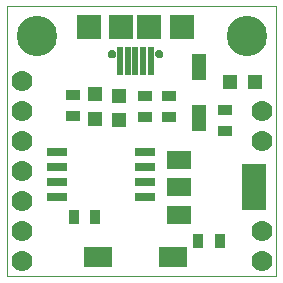
<source format=gts>
G75*
%MOIN*%
%OFA0B0*%
%FSLAX25Y25*%
%IPPOS*%
%LPD*%
%AMOC8*
5,1,8,0,0,1.08239X$1,22.5*
%
%ADD10C,0.00000*%
%ADD11R,0.05124X0.03550*%
%ADD12R,0.04600X0.09000*%
%ADD13R,0.03550X0.05124*%
%ADD14R,0.05124X0.05124*%
%ADD15C,0.13455*%
%ADD16R,0.09455X0.06699*%
%ADD17R,0.01975X0.09455*%
%ADD18R,0.07880X0.07880*%
%ADD19C,0.02762*%
%ADD20C,0.07000*%
%ADD21R,0.06500X0.02500*%
%ADD22R,0.08274X0.06306*%
%ADD23R,0.08274X0.15361*%
D10*
X0007800Y0008726D02*
X0007800Y0098727D01*
X0097681Y0098727D01*
X0097681Y0008726D01*
X0007800Y0008726D01*
X0041555Y0082861D02*
X0041557Y0082930D01*
X0041563Y0082998D01*
X0041573Y0083066D01*
X0041587Y0083133D01*
X0041605Y0083200D01*
X0041626Y0083265D01*
X0041652Y0083329D01*
X0041681Y0083391D01*
X0041713Y0083451D01*
X0041749Y0083510D01*
X0041789Y0083566D01*
X0041831Y0083620D01*
X0041877Y0083671D01*
X0041926Y0083720D01*
X0041977Y0083766D01*
X0042031Y0083808D01*
X0042087Y0083848D01*
X0042145Y0083884D01*
X0042206Y0083916D01*
X0042268Y0083945D01*
X0042332Y0083971D01*
X0042397Y0083992D01*
X0042464Y0084010D01*
X0042531Y0084024D01*
X0042599Y0084034D01*
X0042667Y0084040D01*
X0042736Y0084042D01*
X0042805Y0084040D01*
X0042873Y0084034D01*
X0042941Y0084024D01*
X0043008Y0084010D01*
X0043075Y0083992D01*
X0043140Y0083971D01*
X0043204Y0083945D01*
X0043266Y0083916D01*
X0043326Y0083884D01*
X0043385Y0083848D01*
X0043441Y0083808D01*
X0043495Y0083766D01*
X0043546Y0083720D01*
X0043595Y0083671D01*
X0043641Y0083620D01*
X0043683Y0083566D01*
X0043723Y0083510D01*
X0043759Y0083451D01*
X0043791Y0083391D01*
X0043820Y0083329D01*
X0043846Y0083265D01*
X0043867Y0083200D01*
X0043885Y0083133D01*
X0043899Y0083066D01*
X0043909Y0082998D01*
X0043915Y0082930D01*
X0043917Y0082861D01*
X0043915Y0082792D01*
X0043909Y0082724D01*
X0043899Y0082656D01*
X0043885Y0082589D01*
X0043867Y0082522D01*
X0043846Y0082457D01*
X0043820Y0082393D01*
X0043791Y0082331D01*
X0043759Y0082270D01*
X0043723Y0082212D01*
X0043683Y0082156D01*
X0043641Y0082102D01*
X0043595Y0082051D01*
X0043546Y0082002D01*
X0043495Y0081956D01*
X0043441Y0081914D01*
X0043385Y0081874D01*
X0043327Y0081838D01*
X0043266Y0081806D01*
X0043204Y0081777D01*
X0043140Y0081751D01*
X0043075Y0081730D01*
X0043008Y0081712D01*
X0042941Y0081698D01*
X0042873Y0081688D01*
X0042805Y0081682D01*
X0042736Y0081680D01*
X0042667Y0081682D01*
X0042599Y0081688D01*
X0042531Y0081698D01*
X0042464Y0081712D01*
X0042397Y0081730D01*
X0042332Y0081751D01*
X0042268Y0081777D01*
X0042206Y0081806D01*
X0042145Y0081838D01*
X0042087Y0081874D01*
X0042031Y0081914D01*
X0041977Y0081956D01*
X0041926Y0082002D01*
X0041877Y0082051D01*
X0041831Y0082102D01*
X0041789Y0082156D01*
X0041749Y0082212D01*
X0041713Y0082270D01*
X0041681Y0082331D01*
X0041652Y0082393D01*
X0041626Y0082457D01*
X0041605Y0082522D01*
X0041587Y0082589D01*
X0041573Y0082656D01*
X0041563Y0082724D01*
X0041557Y0082792D01*
X0041555Y0082861D01*
X0057303Y0082861D02*
X0057305Y0082930D01*
X0057311Y0082998D01*
X0057321Y0083066D01*
X0057335Y0083133D01*
X0057353Y0083200D01*
X0057374Y0083265D01*
X0057400Y0083329D01*
X0057429Y0083391D01*
X0057461Y0083451D01*
X0057497Y0083510D01*
X0057537Y0083566D01*
X0057579Y0083620D01*
X0057625Y0083671D01*
X0057674Y0083720D01*
X0057725Y0083766D01*
X0057779Y0083808D01*
X0057835Y0083848D01*
X0057893Y0083884D01*
X0057954Y0083916D01*
X0058016Y0083945D01*
X0058080Y0083971D01*
X0058145Y0083992D01*
X0058212Y0084010D01*
X0058279Y0084024D01*
X0058347Y0084034D01*
X0058415Y0084040D01*
X0058484Y0084042D01*
X0058553Y0084040D01*
X0058621Y0084034D01*
X0058689Y0084024D01*
X0058756Y0084010D01*
X0058823Y0083992D01*
X0058888Y0083971D01*
X0058952Y0083945D01*
X0059014Y0083916D01*
X0059074Y0083884D01*
X0059133Y0083848D01*
X0059189Y0083808D01*
X0059243Y0083766D01*
X0059294Y0083720D01*
X0059343Y0083671D01*
X0059389Y0083620D01*
X0059431Y0083566D01*
X0059471Y0083510D01*
X0059507Y0083451D01*
X0059539Y0083391D01*
X0059568Y0083329D01*
X0059594Y0083265D01*
X0059615Y0083200D01*
X0059633Y0083133D01*
X0059647Y0083066D01*
X0059657Y0082998D01*
X0059663Y0082930D01*
X0059665Y0082861D01*
X0059663Y0082792D01*
X0059657Y0082724D01*
X0059647Y0082656D01*
X0059633Y0082589D01*
X0059615Y0082522D01*
X0059594Y0082457D01*
X0059568Y0082393D01*
X0059539Y0082331D01*
X0059507Y0082270D01*
X0059471Y0082212D01*
X0059431Y0082156D01*
X0059389Y0082102D01*
X0059343Y0082051D01*
X0059294Y0082002D01*
X0059243Y0081956D01*
X0059189Y0081914D01*
X0059133Y0081874D01*
X0059075Y0081838D01*
X0059014Y0081806D01*
X0058952Y0081777D01*
X0058888Y0081751D01*
X0058823Y0081730D01*
X0058756Y0081712D01*
X0058689Y0081698D01*
X0058621Y0081688D01*
X0058553Y0081682D01*
X0058484Y0081680D01*
X0058415Y0081682D01*
X0058347Y0081688D01*
X0058279Y0081698D01*
X0058212Y0081712D01*
X0058145Y0081730D01*
X0058080Y0081751D01*
X0058016Y0081777D01*
X0057954Y0081806D01*
X0057893Y0081838D01*
X0057835Y0081874D01*
X0057779Y0081914D01*
X0057725Y0081956D01*
X0057674Y0082002D01*
X0057625Y0082051D01*
X0057579Y0082102D01*
X0057537Y0082156D01*
X0057497Y0082212D01*
X0057461Y0082270D01*
X0057429Y0082331D01*
X0057400Y0082393D01*
X0057374Y0082457D01*
X0057353Y0082522D01*
X0057335Y0082589D01*
X0057321Y0082656D01*
X0057311Y0082724D01*
X0057305Y0082792D01*
X0057303Y0082861D01*
D11*
X0053800Y0068769D03*
X0053800Y0061683D03*
X0061800Y0061683D03*
X0061800Y0068769D03*
X0080430Y0064219D03*
X0080430Y0057133D03*
X0029800Y0062183D03*
X0029800Y0069269D03*
D12*
X0071810Y0061336D03*
X0071810Y0078336D03*
D13*
X0037233Y0028366D03*
X0030147Y0028366D03*
X0071633Y0020490D03*
X0078720Y0020490D03*
D14*
X0045300Y0060692D03*
X0037200Y0061092D03*
X0037200Y0069360D03*
X0045300Y0068960D03*
X0082261Y0073438D03*
X0090528Y0073438D03*
D15*
X0087800Y0088726D03*
X0017800Y0088726D03*
D16*
X0038298Y0015126D03*
X0063102Y0015126D03*
D17*
X0055728Y0080597D03*
X0053169Y0080597D03*
X0050610Y0080597D03*
X0048051Y0080597D03*
X0045492Y0080597D03*
D18*
X0045886Y0091916D03*
X0055334Y0091916D03*
X0066161Y0091916D03*
X0035059Y0091916D03*
D19*
X0042736Y0082861D03*
X0058484Y0082861D03*
D20*
X0092800Y0063726D03*
X0092800Y0053726D03*
X0092800Y0023726D03*
X0092800Y0013726D03*
X0012800Y0013726D03*
X0012800Y0023726D03*
X0012800Y0033726D03*
X0012800Y0043726D03*
X0012800Y0053726D03*
X0012800Y0063726D03*
X0012800Y0073726D03*
D21*
X0024700Y0050226D03*
X0024700Y0045226D03*
X0024700Y0040226D03*
X0024700Y0035226D03*
X0053900Y0035226D03*
X0053900Y0040226D03*
X0053900Y0045226D03*
X0053900Y0050226D03*
D22*
X0065298Y0047381D03*
X0065298Y0038326D03*
X0065298Y0029271D03*
D23*
X0090102Y0038326D03*
M02*

</source>
